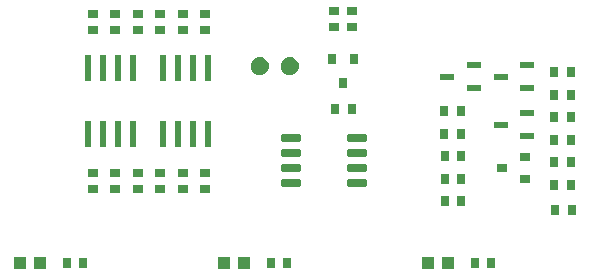
<source format=gtp>
G04*
G04 #@! TF.GenerationSoftware,Altium Limited,Altium Designer,22.11.1 (43)*
G04*
G04 Layer_Color=8421504*
%FSLAX23Y23*%
%MOIN*%
G70*
G04*
G04 #@! TF.SameCoordinates,04B4AB74-AA84-4CEB-9DF3-F5B4E246035C*
G04*
G04*
G04 #@! TF.FilePolarity,Positive*
G04*
G01*
G75*
%ADD22R,0.035X0.028*%
%ADD23R,0.045X0.024*%
%ADD24R,0.035X0.031*%
%ADD25R,0.031X0.035*%
%ADD26R,0.031X0.035*%
%ADD27R,0.022X0.090*%
G04:AMPARAMS|DCode=28|XSize=26mil|YSize=65mil|CornerRadius=2mil|HoleSize=0mil|Usage=FLASHONLY|Rotation=90.000|XOffset=0mil|YOffset=0mil|HoleType=Round|Shape=RoundedRectangle|*
%AMROUNDEDRECTD28*
21,1,0.026,0.061,0,0,90.0*
21,1,0.022,0.065,0,0,90.0*
1,1,0.004,0.031,0.011*
1,1,0.004,0.031,-0.011*
1,1,0.004,-0.031,-0.011*
1,1,0.004,-0.031,0.011*
%
%ADD28ROUNDEDRECTD28*%
%ADD29R,0.028X0.035*%
%ADD30R,0.039X0.039*%
%ADD31R,0.035X0.031*%
G36*
X5619Y4700D02*
X5611Y4699D01*
X5604Y4696D01*
X5597Y4691D01*
X5593Y4685D01*
X5590Y4678D01*
X5589Y4670D01*
X5590Y4662D01*
X5593Y4655D01*
X5597Y4649D01*
X5604Y4644D01*
X5611Y4641D01*
X5619Y4640D01*
D01*
X5627Y4641D01*
X5634Y4644D01*
X5640Y4649D01*
X5645Y4655D01*
X5648Y4662D01*
X5649Y4670D01*
X5648Y4678D01*
X5645Y4685D01*
X5640Y4691D01*
X5634Y4696D01*
X5627Y4699D01*
X5619Y4700D01*
D01*
D02*
G37*
G36*
X5719D02*
X5711Y4699D01*
X5704Y4696D01*
X5697Y4691D01*
X5693Y4685D01*
X5690Y4678D01*
X5689Y4670D01*
X5690Y4662D01*
X5693Y4655D01*
X5697Y4649D01*
X5704Y4644D01*
X5711Y4641D01*
X5719Y4640D01*
D01*
X5727Y4641D01*
X5734Y4644D01*
X5740Y4649D01*
X5745Y4655D01*
X5748Y4662D01*
X5749Y4670D01*
X5748Y4678D01*
X5745Y4685D01*
X5740Y4691D01*
X5734Y4696D01*
X5727Y4699D01*
X5719Y4700D01*
D01*
D02*
G37*
D22*
X5867Y4855D02*
D03*
Y4800D02*
D03*
D23*
X6421Y4635D02*
D03*
X6509Y4672D02*
D03*
Y4598D02*
D03*
X6332D02*
D03*
Y4672D02*
D03*
X6244Y4635D02*
D03*
X6509Y4438D02*
D03*
Y4512D02*
D03*
X6421Y4475D02*
D03*
D24*
X5927Y4800D02*
D03*
Y4855D02*
D03*
X5362Y4260D02*
D03*
Y4315D02*
D03*
X5137Y4845D02*
D03*
Y4790D02*
D03*
X5362D02*
D03*
Y4845D02*
D03*
X5287D02*
D03*
Y4790D02*
D03*
X5212Y4790D02*
D03*
Y4845D02*
D03*
X5437Y4790D02*
D03*
Y4845D02*
D03*
X5212Y4315D02*
D03*
Y4260D02*
D03*
X5437Y4315D02*
D03*
Y4260D02*
D03*
X5137Y4315D02*
D03*
Y4260D02*
D03*
X5287Y4260D02*
D03*
Y4315D02*
D03*
X5062Y4260D02*
D03*
Y4315D02*
D03*
Y4790D02*
D03*
Y4845D02*
D03*
D25*
X5925Y4527D02*
D03*
X5870D02*
D03*
X6655Y4350D02*
D03*
X6600D02*
D03*
X6655Y4425D02*
D03*
X6600D02*
D03*
X6600Y4650D02*
D03*
X6655D02*
D03*
X6235Y4370D02*
D03*
X6290D02*
D03*
X6235Y4295D02*
D03*
X6290D02*
D03*
X6290Y4220D02*
D03*
X6235D02*
D03*
D26*
X5897Y4613D02*
D03*
X5860Y4692D02*
D03*
X5934D02*
D03*
D27*
X5197Y4442D02*
D03*
X5147D02*
D03*
X5097D02*
D03*
X5047D02*
D03*
Y4662D02*
D03*
X5097D02*
D03*
X5147D02*
D03*
X5197D02*
D03*
X5297Y4442D02*
D03*
X5347D02*
D03*
X5397D02*
D03*
X5447D02*
D03*
Y4662D02*
D03*
X5397D02*
D03*
X5347D02*
D03*
X5297D02*
D03*
D28*
X5944Y4280D02*
D03*
Y4330D02*
D03*
Y4380D02*
D03*
Y4430D02*
D03*
X5722Y4280D02*
D03*
Y4330D02*
D03*
Y4380D02*
D03*
Y4430D02*
D03*
D29*
X6390Y4015D02*
D03*
X6335D02*
D03*
X5030D02*
D03*
X4975D02*
D03*
X5710D02*
D03*
X5655D02*
D03*
X6600Y4575D02*
D03*
X6655D02*
D03*
X6288Y4445D02*
D03*
X6233D02*
D03*
X6233Y4520D02*
D03*
X6288D02*
D03*
X6600Y4275D02*
D03*
X6655D02*
D03*
Y4500D02*
D03*
X6600D02*
D03*
X6602Y4190D02*
D03*
X6658D02*
D03*
D30*
X4819Y4015D02*
D03*
X4886D02*
D03*
X6246D02*
D03*
X6179D02*
D03*
X5566D02*
D03*
X5499D02*
D03*
D31*
X6504Y4293D02*
D03*
Y4367D02*
D03*
X6426Y4330D02*
D03*
M02*

</source>
